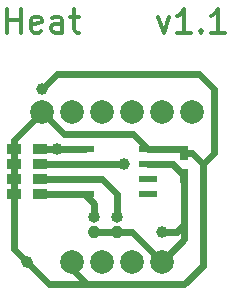
<source format=gbr>
G04 #@! TF.FileFunction,Copper,L1,Top,Signal*
%FSLAX46Y46*%
G04 Gerber Fmt 4.6, Leading zero omitted, Abs format (unit mm)*
G04 Created by KiCad (PCBNEW 4.0.6) date 11/10/17 16:27:50*
%MOMM*%
%LPD*%
G01*
G04 APERTURE LIST*
%ADD10C,0.100000*%
%ADD11C,0.300000*%
%ADD12C,2.000000*%
%ADD13R,1.550000X0.600000*%
%ADD14R,0.750000X1.200000*%
%ADD15O,1.000000X1.100000*%
%ADD16O,1.000000X1.000000*%
%ADD17R,1.200000X0.900000*%
%ADD18C,1.000000*%
%ADD19C,0.600000*%
%ADD20C,0.400000*%
G04 APERTURE END LIST*
D10*
D11*
X138684999Y-98711429D02*
X139161190Y-100044762D01*
X139637380Y-98711429D01*
X141446905Y-100044762D02*
X140304047Y-100044762D01*
X140875476Y-100044762D02*
X140875476Y-98044762D01*
X140685000Y-98330476D01*
X140494524Y-98520952D01*
X140304047Y-98616190D01*
X142304047Y-99854286D02*
X142399286Y-99949524D01*
X142304047Y-100044762D01*
X142208809Y-99949524D01*
X142304047Y-99854286D01*
X142304047Y-100044762D01*
X144304048Y-100044762D02*
X143161190Y-100044762D01*
X143732619Y-100044762D02*
X143732619Y-98044762D01*
X143542143Y-98330476D01*
X143351667Y-98520952D01*
X143161190Y-98616190D01*
X125905238Y-100044762D02*
X125905238Y-98044762D01*
X125905238Y-98997143D02*
X127048096Y-98997143D01*
X127048096Y-100044762D02*
X127048096Y-98044762D01*
X128762381Y-99949524D02*
X128571905Y-100044762D01*
X128190953Y-100044762D01*
X128000476Y-99949524D01*
X127905238Y-99759048D01*
X127905238Y-98997143D01*
X128000476Y-98806667D01*
X128190953Y-98711429D01*
X128571905Y-98711429D01*
X128762381Y-98806667D01*
X128857619Y-98997143D01*
X128857619Y-99187619D01*
X127905238Y-99378095D01*
X130571905Y-100044762D02*
X130571905Y-98997143D01*
X130476667Y-98806667D01*
X130286191Y-98711429D01*
X129905239Y-98711429D01*
X129714762Y-98806667D01*
X130571905Y-99949524D02*
X130381429Y-100044762D01*
X129905239Y-100044762D01*
X129714762Y-99949524D01*
X129619524Y-99759048D01*
X129619524Y-99568571D01*
X129714762Y-99378095D01*
X129905239Y-99282857D01*
X130381429Y-99282857D01*
X130571905Y-99187619D01*
X131238572Y-98711429D02*
X132000477Y-98711429D01*
X131524286Y-98044762D02*
X131524286Y-99759048D01*
X131619525Y-99949524D01*
X131810001Y-100044762D01*
X132000477Y-100044762D01*
D12*
X131350000Y-119460000D03*
X133890000Y-119460000D03*
X136430000Y-119460000D03*
X138970000Y-119460000D03*
X128810000Y-106760000D03*
X131350000Y-106760000D03*
X133890000Y-106760000D03*
X136430000Y-106760000D03*
X138970000Y-106760000D03*
X141510000Y-106760000D03*
D13*
X132460000Y-109935000D03*
X132460000Y-111205000D03*
X132460000Y-112475000D03*
X132460000Y-113745000D03*
X137860000Y-113745000D03*
X137860000Y-112475000D03*
X137860000Y-111205000D03*
X137860000Y-109935000D03*
D14*
X140875000Y-110255000D03*
X140875000Y-112155000D03*
D15*
X135160000Y-116920000D03*
D16*
X135160000Y-115650000D03*
D15*
X133255000Y-116920000D03*
D16*
X133255000Y-115650000D03*
D17*
X126440000Y-112475000D03*
X128640000Y-112475000D03*
X126440000Y-113745000D03*
X128640000Y-113745000D03*
X126440000Y-109935000D03*
X128640000Y-109935000D03*
X126440000Y-111205000D03*
X128640000Y-111205000D03*
D18*
X138970000Y-116920000D03*
X130080000Y-109935000D03*
X135795000Y-111205000D03*
X127540000Y-119460000D03*
X128810000Y-104855000D03*
D19*
X133255000Y-116920000D02*
X135160000Y-116920000D01*
X138970000Y-119460000D02*
X140875000Y-117555000D01*
X140875000Y-117555000D02*
X140875000Y-116285000D01*
X138970000Y-116920000D02*
X140240000Y-116920000D01*
X140240000Y-116920000D02*
X140875000Y-116285000D01*
X140875000Y-116285000D02*
X140875000Y-112155000D01*
X137860000Y-111205000D02*
X139925000Y-111205000D01*
X139925000Y-111205000D02*
X140875000Y-112155000D01*
X135160000Y-116920000D02*
X136430000Y-116920000D01*
X136430000Y-116920000D02*
X138970000Y-119460000D01*
X132460000Y-109935000D02*
X130080000Y-109935000D01*
X130080000Y-109935000D02*
X128640000Y-109935000D01*
D20*
X132620000Y-109935000D02*
X132460000Y-109935000D01*
D19*
X132460000Y-111205000D02*
X135795000Y-111205000D01*
X132460000Y-111205000D02*
X128640000Y-111205000D01*
X132460000Y-112475000D02*
X128640000Y-112475000D01*
X132460000Y-112475000D02*
X133890000Y-112475000D01*
X135160000Y-113745000D02*
X135160000Y-115650000D01*
X133890000Y-112475000D02*
X135160000Y-113745000D01*
X133255000Y-115650000D02*
X133255000Y-114540000D01*
X133255000Y-114540000D02*
X132460000Y-113745000D01*
X132460000Y-113745000D02*
X128640000Y-113745000D01*
X132620000Y-121365000D02*
X129445000Y-121365000D01*
X129445000Y-121365000D02*
X127540000Y-119460000D01*
X126440000Y-113745000D02*
X126440000Y-118360000D01*
X126440000Y-118360000D02*
X127540000Y-119460000D01*
X131350000Y-119460000D02*
X131350000Y-120095000D01*
X131350000Y-120095000D02*
X132620000Y-121365000D01*
X128810000Y-106760000D02*
X130715000Y-108665000D01*
X136590000Y-108665000D02*
X137860000Y-109935000D01*
X130715000Y-108665000D02*
X136590000Y-108665000D01*
X143415000Y-110250000D02*
X143415000Y-104855000D01*
X142460000Y-111205000D02*
X143415000Y-110250000D01*
X130080000Y-103585000D02*
X142145000Y-103585000D01*
X128810000Y-104855000D02*
X130080000Y-103585000D01*
X143415000Y-104855000D02*
X142145000Y-103585000D01*
X132620000Y-121365000D02*
X140875000Y-121365000D01*
X142460000Y-119780000D02*
X140875000Y-121365000D01*
X142460000Y-119780000D02*
X142460000Y-111205000D01*
X140875000Y-110255000D02*
X141510000Y-110255000D01*
X141510000Y-110255000D02*
X142460000Y-111205000D01*
X137860000Y-109935000D02*
X140555000Y-109935000D01*
X140555000Y-109935000D02*
X140875000Y-110255000D01*
X126440000Y-112475000D02*
X126440000Y-113745000D01*
X126440000Y-111205000D02*
X126440000Y-112475000D01*
X126440000Y-109935000D02*
X126440000Y-111205000D01*
X126440000Y-109935000D02*
X126440000Y-109130000D01*
X126440000Y-109130000D02*
X128810000Y-106760000D01*
M02*

</source>
